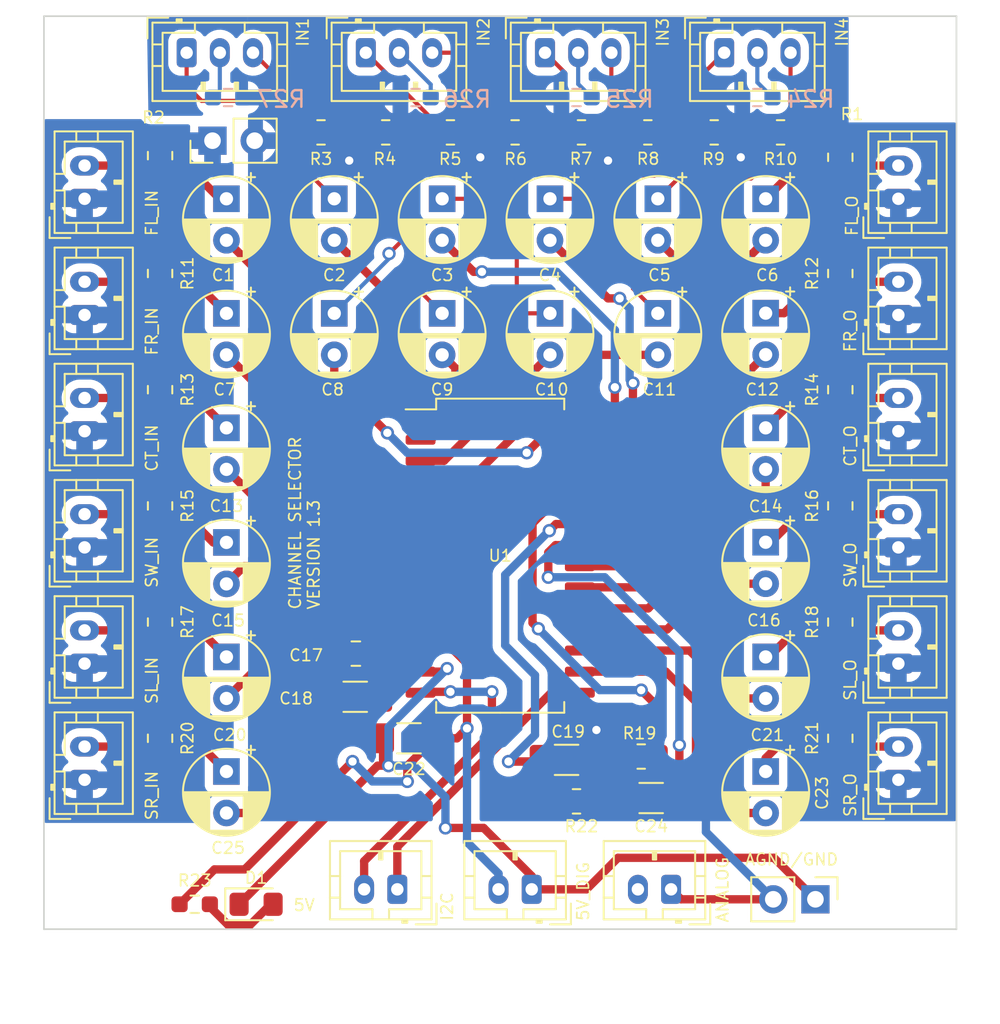
<source format=kicad_pcb>
(kicad_pcb (version 20221018) (generator pcbnew)
  (layers (0 "F.Cu" signal) (31 "B.Cu" signal) (34 "B.Paste" user) (35 "F.Paste" user) (36 "B.SilkS" user "B.Silkscreen") (37 "F.SilkS" user "F.Silkscreen") (38 "B.Mask" user) (39 "F.Mask" user) (44 "Edge.Cuts" user))
  (net 0 "")
  (net 1 "SCL")
  (net 2 "SDA")
  (net 3 "GND")
  (net 4 "FLI")
  (net 5 "FRI")
  (net 6 "CTI")
  (net 7 "SUBI")
  (net 8 "SLI")
  (net 9 "SRI")
  (net 10 "FLO")
  (net 11 "FRO")
  (net 12 "SUBO")
  (net 13 "SLO")
  (net 14 "SRO")
  (net 15 "CTO")
  (net 16 "L1")
  (net 17 "R1")
  (net 18 "L2")
  (net 19 "R2")
  (net 20 "L3")
  (net 21 "R3")
  (net 22 "L4")
  (net 23 "R4")
  (net 24 "Net-(J1-Pin_1)")
  (net 25 "Net-(J2-Pin_1)")
  (net 26 "Net-(J6-Pin_2)")
  (net 27 "Net-(U1-VREF)")
  (net 28 "Net-(J8-Pin_2)")
  (net 29 "Net-(J9-Pin_2)")
  (net 30 "Net-(J10-Pin_2)")
  (net 31 "Net-(J11-Pin_2)")
  (net 32 "Net-(J12-Pin_2)")
  (net 33 "LPFIN")
  (net 34 "LPFOUT")
  (net 35 "MIX")
  (net 36 "Net-(J13-Pin_2)")
  (net 37 "Net-(J14-Pin_2)")
  (net 38 "Net-(J15-Pin_2)")
  (net 39 "Net-(J16-Pin_2)")
  (net 40 "Net-(J7-Pin_2)")
  (net 41 "Net-(D1-A)")
  (net 42 "5V")
  (net 43 "AGND")
  (net 44 "3VA{slash}5VA")
  (net 45 "Net-(J1-Pin_3)")
  (net 46 "Net-(J2-Pin_3)")
  (net 47 "Net-(J3-Pin_3)")
  (net 48 "Net-(J3-Pin_1)")
  (net 49 "Net-(J1-Pin_2)")
  (net 50 "Net-(J2-Pin_2)")
  (net 51 "Net-(J3-Pin_2)")
  (net 52 "5CHGND")
  (net 53 "Net-(J4-Pin_3)")
  (net 54 "Net-(J4-Pin_1)")
  (net 55 "Net-(J17-Pin_2)")
  (net 56 "Net-(C24-Pad2)")
  (net 57 "Net-(J4-Pin_2)")
  (footprint "Connector_JST:JST_PH_B2B-PH-K_1x02_P2.00mm_Vertical" (layer "F.Cu") (at 133.8 115.6 180)
    (fp_text reference "J19" hide)
    (fp_text value "Conn_01x02_Male")
  )
  (footprint "Capacitor_THT:CP_Radial_D5.0mm_P2.50mm" (layer "F.Cu") (at 156 74 -90)
    (fp_text reference "C6")
    (fp_text value "10U")
  )
  (footprint "Resistor_SMD:R_0805_2012Metric_Pad1.20x1.40mm_HandSolder" (layer "F.Cu") (at 140.9 70 180)
    (fp_text reference "R6")
    (fp_text value "100K")
  )
  (footprint "MountingHole:MountingHole_3.2mm_M3" (layer "F.Cu") (at 165 115.5)
    (fp_text reference "H4" hide)
    (fp_text value "MountingHole")
  )
  (footprint "Resistor_SMD:R_0805_2012Metric_Pad1.20x1.40mm_HandSolder" (layer "F.Cu") (at 133.1 70 180)
    (fp_text reference "R4")
    (fp_text value "100K")
  )
  (footprint "Resistor_SMD:R_0805_2012Metric_Pad1.20x1.40mm_HandSolder" (layer "F.Cu") (at 152.9 70 180)
    (fp_text reference "R9")
    (fp_text value "100K")
  )
  (footprint "Capacitor_THT:CP_Radial_D5.0mm_P2.50mm" (layer "F.Cu") (at 123.5 101.6 -90)
    (fp_text reference "C20")
    (fp_text value "10U")
  )
  (footprint "Connector_JST:JST_PH_B2B-PH-K_1x02_P2.00mm_Vertical" (layer "F.Cu") (at 114.95 109 90)
    (fp_text reference "J16" hide)
    (fp_text value "Conn_01x02_Male")
  )
  (footprint "Connector_JST:JST_PH_B2B-PH-K_1x02_P2.00mm_Vertical" (layer "F.Cu") (at 114.95 88 90)
    (fp_text reference "J10" hide)
    (fp_text value "Conn_01x02_Male")
  )
  (footprint "Connector_JST:JST_PH_B2B-PH-K_1x02_P2.00mm_Vertical" (layer "F.Cu") (at 164 95 90)
    (fp_text reference "J13" hide)
    (fp_text value "CTO")
  )
  (footprint "Capacitor_THT:CP_Radial_D5.0mm_P2.50mm" (layer "F.Cu") (at 143 74 -90)
    (fp_text reference "C4")
    (fp_text value "10U")
  )
  (footprint "Connector_JST:JST_PH_B2B-PH-K_1x02_P2.00mm_Vertical" (layer "F.Cu") (at 164 81 90)
    (fp_text reference "J9" hide)
    (fp_text value "Conn_01x02_Male")
  )
  (footprint "Connector_JST:JST_PH_B2B-PH-K_1x02_P2.00mm_Vertical" (layer "F.Cu") (at 114.95 81 90)
    (fp_text reference "J8" hide)
    (fp_text value "Conn_01x02_Male")
  )
  (footprint "Connector_JST:JST_PH_B3B-PH-K_1x03_P2.00mm_Vertical" (layer "F.Cu") (at 142.7 65.2)
    (fp_text reference "J3" hide)
    (fp_text value "Conn_01x03_Pin")
  )
  (footprint "Resistor_SMD:R_0805_2012Metric_Pad1.20x1.40mm_HandSolder" (layer "F.Cu") (at 148.9 70 180)
    (fp_text reference "R8")
    (fp_text value "100K")
  )
  (footprint "Capacitor_THT:CP_Radial_D5.0mm_P2.50mm" (layer "F.Cu") (at 130 74 -90)
    (fp_text reference "C2")
    (fp_text value "10U")
  )
  (footprint "Capacitor_SMD:C_1206_3216Metric_Pad1.33x1.80mm_HandSolder" (layer "F.Cu") (at 131.2625 104 180)
    (fp_text reference "C18")
    (fp_text value "10U")
  )
  (footprint "Connector_JST:JST_PH_B2B-PH-K_1x02_P2.00mm_Vertical" (layer "F.Cu") (at 164 88 90)
    (fp_text reference "J11" hide)
    (fp_text value "Conn_01x02_Male")
  )
  (footprint "Resistor_SMD:R_0805_2012Metric_Pad1.20x1.40mm_HandSolder" (layer "F.Cu") (at 148.5 107.6 180)
    (fp_text reference "R19")
    (fp_text value "24K")
  )
  (footprint "Connector_JST:JST_PH_B2B-PH-K_1x02_P2.00mm_Vertical" (layer "F.Cu") (at 164 102 90)
    (fp_text reference "J15" hide)
    (fp_text value "Conn_01x02_Male")
  )
  (footprint "Connector_JST:JST_PH_B3B-PH-K_1x03_P2.00mm_Vertical" (layer "F.Cu") (at 131.9 65.2)
    (fp_text reference "J2" hide)
    (fp_text value "Conn_01x03_Pin")
  )
  (footprint "Connector_JST:JST_PH_B3B-PH-K_1x03_P2.00mm_Vertical" (layer "F.Cu") (at 153.5 65.2)
    (fp_text reference "J4" hide)
    (fp_text value "Conn_01x03_Pin")
  )
  (footprint "Connector_JST:JST_PH_B2B-PH-K_1x02_P2.00mm_Vertical" (layer "F.Cu") (at 164 74 90)
    (fp_text reference "J7" hide)
    (fp_text value "Conn_01x02_Male")
  )
  (footprint "Resistor_SMD:R_0805_2012Metric_Pad1.20x1.40mm_HandSolder" (layer "F.Cu") (at 119.5 78.5 -90)
    (fp_text reference "R11")
    (fp_text value "100K")
  )
  (footprint "Resistor_SMD:R_0805_2012Metric_Pad1.20x1.40mm_HandSolder" (layer "F.Cu") (at 160.5 78.5 -90)
    (fp_text reference "R12")
    (fp_text value "100K")
  )
  (footprint "Resistor_SMD:R_0805_2012Metric_Pad1.20x1.40mm_HandSolder" (layer "F.Cu") (at 160.5 71.5 -90)
    (fp_text reference "R1")
    (fp_text value "100K")
  )
  (footprint "Resistor_SMD:R_0805_2012Metric_Pad1.20x1.40mm_HandSolder" (layer "F.Cu") (at 119.5 92.5 -90)
    (fp_text reference "R15")
    (fp_text value "100K")
  )
  (footprint "Resistor_SMD:R_0805_2012Metric_Pad1.20x1.40mm_HandSolder" (layer "F.Cu") (at 160.5 85.5 -90)
    (fp_text reference "R14")
    (fp_text value "100K")
  )
  (footprint "Capacitor_THT:CP_Radial_D5.0mm_P2.50mm" (layer "F.Cu") (at 136.5 74 -90)
    (fp_text reference "C3")
    (fp_text value "10U")
  )
  (footprint "Capacitor_THT:CP_Radial_D5.0mm_P2.50mm" (layer "F.Cu") (at 143 80.9 -90)
    (fp_text reference "C10")
    (fp_text value "10U")
  )
  (footprint "MountingHole:MountingHole_3.2mm_M3" (layer "F.Cu") (at 115 65.5)
    (fp_text reference "H1" hide)
    (fp_text value "MountingHole")
  )
  (footprint "Package_SO:SOIC-28W_7.5x18.7mm_P1.27mm" (layer "F.Cu") (at 140 95.5)
    (fp_text reference "U1")
    (fp_text value "AX2358")
  )
  (footprint "Capacitor_THT:CP_Radial_D5.0mm_P2.50mm" (layer "F.Cu") (at 123.5 94.7 -90)
    (fp_text reference "C15")
    (fp_text value "10U")
  )
  (footprint "Connector_JST:JST_PH_B2B-PH-K_1x02_P2.00mm_Vertical" (layer "F.Cu") (at 150.3 115.6 180)
    (fp_text reference "J21" hide)
    (fp_text value "Conn_01x02_Male")
  )
  (footprint "Capacitor_THT:CP_Radial_D5.0mm_P2.50mm" (layer "F.Cu") (at 130 80.9 -90)
    (fp_text reference "C8")
    (fp_text value "10U")
  )
  (footprint "Capacitor_THT:CP_Radial_D5.0mm_P2.50mm" (layer "F.Cu") (at 156 101.6 -90)
    (fp_text reference "C21")
    (fp_text value "10U")
  )
  (footprint "Connector_JST:JST_PH_B2B-PH-K_1x02_P2.00mm_Vertical" (layer "F.Cu") (at 114.95 95 90)
    (fp_text reference "J12" hide)
    (fp_text value "Conn_01x02_Male")
  )
  (footprint "Connector_PinHeader_2.54mm:PinHeader_1x02_P2.54mm_Vertical" (layer "F.Cu") (at 122.66 70.5 90)
    (fp_text reference "J5" hide)
    (fp_text value "Conn_01x02_Pin")
  )
  (footprint "Capacitor_THT:CP_Radial_D5.0mm_P2.50mm" (layer "F.Cu") (at 156 108.5 -90)
    (fp_text reference "C23")
    (fp_text value "10U")
  )
  (footprint "Resistor_SMD:R_0805_2012Metric_Pad1.20x1.40mm_HandSolder" (layer "F.Cu") (at 119.5 99.5 -90)
    (fp_text reference "R17")
    (fp_text value "100K")
  )
  (footprint "Resistor_SMD:R_0805_2012Metric_Pad1.20x1.40mm_HandSolder" (layer "F.Cu") (at 144.6 110.3 180)
    (fp_text reference "R22")
    (fp_text value "24K")
  )
  (footprint "Capacitor_SMD:C_0805_2012Metric_Pad1.18x1.45mm_HandSolder" (layer "F.Cu") (at 131.3 101.4 180)
    (fp_text reference "C17")
    (fp_text value "0.1U")
  )
  (footprint "Capacitor_THT:CP_Radial_D5.0mm_P2.50mm" (layer "F.Cu") (at 123.5 87.8 -90)
    (fp_text reference "C13")
    (fp_text value "10U")
  )
  (footprint "Connector_JST:JST_PH_B2B-PH-K_1x02_P2.00mm_Vertical" (layer "F.Cu") (at 114.95 102 90)
    (fp_text reference "J14" hide)
    (fp_text value "Conn_01x02_Male")
  )
  (footprint "Capacitor_THT:CP_Radial_D5.0mm_P2.50mm" (layer "F.Cu") (at 156 94.689888 -90)
    (fp_text reference "C16")
    (fp_text value "10U")
  )
  (footprint "Capacitor_THT:CP_Radial_D5.0mm_P2.50mm" (layer "F.Cu") (at 156 80.889888 -90)
    (fp_text reference "C12")
    (fp_text value "10U")
  )
  (footprint "Resistor_SMD:R_0805_2012Metric_Pad1.20x1.40mm_HandSolder" (layer "F.Cu") (at 156.9 70 180)
    (fp_text reference "R10")
    (fp_text value "100K")
  )
  (footprint "Resistor_SMD:R_0805_2012Metric_Pad1.20x1.40mm_HandSolder" (layer "F.Cu") (at 129.2 70 180)
    (fp_text reference "R3")
    (fp_text value "100K")
  )
  (footprint "Connector_JST:JST_PH_B3B-PH-K_1x03_P2.00mm_Vertical" (layer "F.Cu") (at 121.1 65.2)
    (fp_text reference "J1" hide)
    (fp_text value "Conn_01x03_Pin")
  )
  (footprint "Capacitor_THT:CP_Radial_D5.0mm_P2.50mm" (layer "F.Cu") (at 123.5 80.9 -90)
    (fp_text reference "C7")
    (fp_text value "10U")
  )
  (footprint "Capacitor_SMD:C_1206_3216Metric_Pad1.33x1.80mm_HandSolder" (layer "F.Cu") (at 144 107.8 180)
    (fp_text reference "C19")
    (fp_text value "47N C0G")
  )
  (footprint "Capacitor_THT:CP_Radial_D5.0mm_P2.50mm" (layer "F.Cu") (at 149.5 80.9 -90)
    (fp_text reference "C11")
    (fp_text value "10U")
  )
  (footprint "Resistor_SMD:R_0805_2012Metric_Pad1.20x1.40mm_HandSolder" (layer "F.Cu") (at 160.5 106.5 -90)
    (fp_text reference "R21")
    (fp_text value "100K")
  )
  (footprint "Capacitor_THT:CP_Radial_D5.0mm_P2.50mm" (layer "F.Cu") (at 156 87.8 -90)
    (fp_text reference "C14")
    (fp_text value "10U")
  )
  (footprint "Resistor_SMD:R_0805_2012Metric_Pad1.20x1.40mm_HandSolder" (layer "F.Cu") (at 160.5 99.5 -90)
    (fp_text reference "R18")
    (fp_text value "100K")
  )
  (footprint "Resistor_SMD:R_0805_2012Metric_Pad1.20x1.40mm_HandSolder" (layer "F.Cu") (at 119.5 85.5 -90)
    (fp_text reference "R13")
    (fp_text value "100K")
  )
  (footprint "LED_SMD:LED_0805_2012Metric_Pad1.15x1.40mm_HandSolder" (layer "F.Cu") (at 125.2875 116.5)
    (fp_text reference "D1")
    (fp_text value "YELLOW")
  )
  (footprint "Capacitor_THT:CP_Radial_D5.0mm_P2.50mm" (layer "F.Cu") (at 123.5 74 -90)
    (fp_text reference "C1")
    (fp_text value "10U")
  )
  (footprint "Resistor_SMD:R_0805_2012Metric_Pad1.20x1.40mm_HandSolder" (layer "F.Cu") (at 119.5 106.5 -90)
    (fp_text reference "R20")
    (fp_text value "100K")
  )
  (footprint "Resistor_SMD:R_0603_1608Metric_Pad0.98x0.95mm_HandSolder" (layer "F.Cu") (at 121.5875 116.5)
    (fp_text reference "R23")
    (fp_text value "1K")
  )
  (footprint "MountingHole:MountingHole_3.2mm_M3" (layer "F.Cu") (at 115 115.5)
    (fp_text reference "H3" hide)
    (fp_text value "MountingHole")
  )
  (footprint "Connector_JST:JST_PH_B2B-PH-K_1x02_P2.00mm_Vertical" (layer "F.Cu") (at 141.9 115.6 180)
    (fp_text reference "J20" hide)
    (fp_text value "Conn_01x02_Male")
  )
  (footprint "Capacitor_SMD:C_1206_3216Metric_Pad1.33x1.80mm_HandSolder" (layer "F.Cu") (at 149.1 110.1 180)
    (fp_text reference "C24")
    (fp_text value "100N C0G")
  )
  (footprint "Capacitor_THT:CP_Radial_D5.0mm_P2.50mm" (layer "F.Cu") (at 123.5 108.5 -90)
    (fp_text reference "C25")
    (fp_text value "10U")
  )
  (footprint "MountingHole:MountingHole_3.2mm_M3" (layer "F.Cu") (at 165 65.5)
    (fp_text reference "H2" hide)
    (fp_text value "MountingHole")
  )
  (footprint "Connector_JST:JST_PH_B2B-PH-K_1x02_P2.00mm_Vertical" (layer "F.Cu") (at 164 109 90)
    (fp_text reference "J17" hide)
    (fp_text value "Conn_01x02_Male")
  )
  (footprint "Resistor_SMD:R_0805_2012Metric_Pad1.20x1.40mm_HandSolder" (layer "F.Cu") (at 160.5 92.5 -90)
    (fp_text reference "R16")
    (fp_text value "100K")
  )
  (footprint "Connector_PinHeader_2.54mm:PinHeader_1x02_P2.54mm_Vertical" (layer "F.Cu") (at 159 116.2 -90)
    (fp_text reference "J18" hide)
    (fp_text value "Conn_01x02_Socket")
  )
  (footprint "Resistor_SMD:R_0805_2012Metric_Pad1.20x1.40mm_HandSolder" (layer "F.Cu") (at 137 70 180)
    (fp_text reference "R5")
    (fp_text value "100K")
  )
  (footprint "Capacitor_THT:CP_Radial_D5.0mm_P2.50mm" (layer "F.Cu") (at 136.5 80.9 -90)
    (fp_text reference "C9")
    (fp_text value "10U")
  )
  (footprint "Resistor_SMD:R_0805_2012Metric_Pad1.20x1.40mm_HandSolder" (layer "F.Cu") (at 144.9 70 180)
    (fp_text reference "R7")
    (fp_text value "100K")
  )
  (footprint "Capacitor_SMD:C_1206_3216Metric_Pad1.33x1.80mm_HandSolder" (layer "F.Cu") (at 134.5 106.5 180)
    (fp_text reference "C22")
    (fp_text value "10U")
  )
  (footprint "Capacitor_THT:CP_Radial_D5.0mm_P2.50mm" (layer "F.Cu") (at 149.5 74 -90)
    (fp_text reference "C5")
    (fp_text value "10U")
  )
  (footprint "Connector_JST:JST_PH_B2B-PH-K_1x02_P2.00mm_Vertical" (layer "F.Cu") (at 114.95 74 90)
    (fp_text reference "J6" hide)
    (fp_text value "Conn_01x02_Male")
  )
  (footprint "Resistor_SMD:R_0805_2012Metric_Pad1.20x1.40mm_HandSolder" (layer "F.Cu") (at 119.5 71.4 -90)
    (fp_text reference "R2")
    (fp_text value "100K")
  )
  (footprint "Resistor_SMD:R_0603_1608Metric_Pad0.98x0.95mm_HandSolder" (layer "B.Cu") (at 155.5 67.9)
    (fp_text reference "R24")
    (fp_text value "15R")
  )
  (footprint "Resistor_SMD:R_0603_1608Metric_Pad0.98x0.95mm_HandSolder" (layer "B.Cu") (at 134.9 67.9)
    (fp_text reference "R26")
    (fp_text value "15R")
  )
  (footprint "Resistor_SMD:R_0603_1608Metric_Pad0.98x0.95mm_HandSolder" (layer "B.Cu") (at 144.6 67.9)
    (fp_text reference "R25")
    (fp_text value "15R")
  )
  (footprint "Resistor_SMD:R_0603_1608Metric_Pad0.98x0.95mm_HandSolder" (layer "B.Cu") (at 123.6 67.9 180)
    (fp_text reference "R27")
    (fp_text value "15R")
  )
  (gr_line (start 112.5 118) (end 167.5 118) (stroke (width 0.1)) (layer "Edge.Cuts"))
  (gr_line (start 112.5 63) (end 112.5 118) (stroke (width 0.1)) (layer "Edge.Cuts"))
  (gr_line (start 167.5 63) (end 167.5 118) (stroke (width 0.1)) (layer "Edge.Cuts"))
  (gr_line (start 167.5 63) (end 112.5 63) (stroke (width 0.1)) (layer "Edge.Cuts"))
  (gr_text "SL_O" (at 161.1 104.3 90) (layer "F.SilkS") (effects (font (size 0.7 0.7) (thickness 0.1)) (justify left)))
  (gr_text "ANALOG" (at 153.4 117.65 90) (layer "F.SilkS") (effects (font (size 0.7 0.7) (thickness 0.1)) (justify left)))
  (gr_text "FR_IN" (at 119 83.5 90) (layer "F.SilkS") (effects (font (size 0.7 0.7) (thickness 0.1)) (justify left)))
  (gr_text "SW_O" (at 161.1 97.5 90) (layer "F.SilkS") (effects (font (size 0.7 0.7) (thickness 0.1)) (justify left)))
  (gr_text "SL_IN" (at 119 104.5 90) (layer "F.SilkS") (effects (font (size 0.7 0.7) (thickness 0.1)) (justify left)))
  (gr_text "5V_DIG" (at 145 117.55 90) (layer "F.SilkS") (effects (font (size 0.7 0.7) (thickness 0.1)) (justify left)))
  (gr_text "5V" (at 127.4875 116.55) (layer "F.SilkS") (effects (font (size 0.7 0.7) (thickness 0.1)) (justify left)))
  (gr_text "CHANNEL SELECTOR\nVERSION 1.3" (at 128.2 98.8 90) (layer "F.SilkS") (effects (font (size 0.7 0.7) (thickness 0.1)) (justify left)))
  (gr_text "IN4" (at 160.6 64.9 90) (layer "F.SilkS") (effects (font (size 0.7 0.7) (thickness 0.1)) (justify left)))
  (gr_text "SR_O\n" (at 161.1 111.3 90) (layer "F.SilkS") (effects (font (size 0.7 0.7) (thickness 0.1)) (justify left)))
  (gr_text "IN1\n" (at 128.1 64.9 90) (layer "F.SilkS") (effects (font (size 0.7 0.7) (thickness 0.1)) (justify left)))
  (gr_text "IN3" (at 149.8 64.9 90) (layer "F.SilkS") (effects (font (size 0.7 0.7) (thickness 0.1)) (justify left)))
  (gr_text "I2C" (at 136.8 117.55 90) (layer "F.SilkS") (effects (font (size 0.7 0.7) (thickness 0.1)) (justify left)))
  (gr_text "IN2" (at 139 64.9 90) (layer "F.SilkS") (effects (font (size 0.7 0.7) (thickness 0.1)) (justify left)))
  (gr_text "SW_IN" (at 119 97.5 90) (layer "F.SilkS") (effects (font (size 0.7 0.7) (thickness 0.1)) (justify left)))
  (gr_text "CT_O" (at 161.1 90.2 90) (layer "F.SilkS") (effects (font (size 0.7 0.7) (thickness 0.1)) (justify left)))
  (gr_text "AGND/GND" (at 154.7 113.8) (layer "F.SilkS") (effects (font (size 0.7 0.7) (thickness 0.1)) (justify left)))
  (gr_text "SR_IN\n" (at 119 111.5 90) (layer "F.SilkS") (effects (font (size 0.7 0.7) (thickness 0.1)) (justify left)))
  (gr_text "FL_IN" (at 119 76.3 90) (layer "F.SilkS") (effects (font (size 0.7 0.7) (thickness 0.1)) (justify left)))
  (gr_text "CT_IN" (at 119 90.5 90) (layer "F.SilkS") (effects (font (size 0.7 0.7) (thickness 0.1)) (justify left)))
  (gr_text "FL_O" (at 161.2 76.3 90) (layer "F.SilkS") (effects (font (size 0.7 0.7) (thickness 0.1)) (justify left)))
  (gr_text "FR_O" (at 161.1 83.3 90) (layer "F.SilkS") (effects (font (size 0.7 0.7) (thickness 0.1)) (justify left)))
  (segment (start 133.8 115.6) (end 133.8 113.03137) (width 0.5) (layer "F.Cu") (net 1))
  (segment (start 143.07637 103.755) (end 144.8 103.755) (width 0.5) (layer "F.Cu") (net 1))
  (segment (start 133.8 113.03137) (end 143.07637 103.755) (width 0.5) (layer "F.Cu") (net 1))
  (segment (start 131.8 115.6) (end 131.8 113.9) (width 0.5) (layer "F.Cu") (net 2))
  (segment (start 131.8 113.9) (end 139.5 106.2) (width 0.5) (layer "F.Cu") (net 2))
  (segment (start 137 103.7) (end 135.255 103.7) (width 0.5) (layer "F.Cu") (net 2))
  (segment (start 139.5 106.2) (end 139.5 103.7) (width 0.5) (layer "F.Cu") (net 2))
  (segment (start 135.255 103.7) (end 135.2 103.755) (width 0.5) (layer "F.Cu") (net 2))
  (via (at 137 103.7) (size 0.8) (drill 0.5) (layers "F.Cu" "B.Cu") (net 2))
  (via (at 139.5 103.7) (size 0.8) (drill 0.5) (layers "F.Cu" "B.Cu") (net 2))
  (segment (start 137 103.7) (end 139.5 103.7) (width 0.5) (layer "B.Cu") (net 2))
  (segment (start 135.2 102.485) (end 136.615 102.485) (width 0.5) (layer "F.Cu") (net 3))
  (segment (start 141.9 115.6) (end 145.2 115.6) (width 0.5) (layer "F.Cu") (net 3))
  (segment (start 141.9 114.8) (end 141.9 115.6) (width 0.5) (layer "F.Cu") (net 3))
  (segment (start 147.1 113.7) (end 156.5 113.7) (width 0.5) (layer "F.Cu") (net 3))
  (segment (start 129.7 104) (end 130.4375 104) (width 0.5) (layer "F.Cu") (net 3))
  (segment (start 124.2625 116.5) (end 132.6125 108.15) (width 0.5) (layer "F.Cu") (net 3))
  (segment (start 132.9375 106.5) (end 132.9375 107.815748) (width 0.5) (layer "F.Cu") (net 3))
  (segment (start 156.5 113.7) (end 159 116.2) (width 0.5) (layer "F.Cu") (net 3))
  (segment (start 132.6125 108.15) (end 133.271752 108.15) (width 0.5) (layer "F.Cu") (net 3))
  (segment (start 130.4375 104) (end 132.9375 106.5) (width 0.5) (layer "F.Cu") (net 3))
  (segment (start 136.7 111.9) (end 139 111.9) (width 0.5) (layer "F.Cu") (net 3))
  (segment (start 130.3625 101.9) (end 129.7 102.5625) (width 0.5) (layer "F.Cu") (net 3))
  (segment (start 136.615 102.485) (end 136.8 102.3) (width 0.5) (layer "F.Cu") (net 3))
  (segment (start 132.9375 107.815748) (end 133.271752 108.15) (width 0.5) (layer "F.Cu") (net 3))
  (segment (start 139 111.9) (end 141.9 114.8) (width 0.5) (layer "F.Cu") (net 3))
  (segment (start 129.7 102.5625) (end 129.7 105) (width 0.5) (layer "F.Cu") (net 3))
  (segment (start 145.2 115.6) (end 147.1 113.7) (width 0.5) (layer "F.Cu") (net 3))
  (via (at 133.271752 108.15) (size 0.8) (drill 0.5) (layers "F.Cu" "B.Cu") (net 3))
  (via (at 136.7 111.9) (size 0.8) (drill 0.5) (layers "F.Cu" "B.Cu") (net 3))
  (via (at 136.8 102.3) (size 0.8) (drill 0.5) (layers "F.Cu" "B.Cu") (net 3))
  (segment (start 136.8 102.3) (end 133.271752 105.828248) (width 0.5) (layer "B.Cu") (net 3))
  (segment (start 136.7 110.056497) (end 134.793503 108.15) (width 0.5) (layer "B.Cu") (net 3))
  (segment (start 136.7 111.9) (end 136.7 110.056497) (width 0.5) (layer "B.Cu") (net 3))
  (segment (start 134.793503 108.15) (end 133.271752 108.15) (width 0.5) (layer "B.Cu") (net 3))
  (segment (start 133.271752 105.828248) (end 133.271752 108.15) (width 0.5) (layer "B.Cu") (net 3))
  (segment (start 126.9 79.9) (end 123.5 76.5) (width 0.5) (layer "F.Cu") (net 4))
  (segment (start 126.9 84.644949) (end 126.9 79.9) (width 0.5) (layer "F.Cu") (net 4))
  (segment (start 134.580051 92.325) (end 126.9 84.644949) (width 0.5) (layer "F.Cu") (net 4))
  (segment (start 135.2 93.595) (end 133.695 93.595) (width 0.5) (layer "F.Cu") (net 5))
  (segment (start 133.695 93.595) (end 123.5 83.4) (width 0.5) (layer "F.Cu") (net 5))
  (segment (start 128.065 94.865) (end 123.5 90.3) (width 0.5) (layer "F.Cu") (net 6))
  (segment (start 135.2 94.865) (end 128.065 94.865) (width 0.5) (layer "F.Cu") (net 6))
  (segment (start 124.565 96.135) (end 123.5 97.2) (width 0.5) (layer "F.Cu") (net 7))
  (segment (start 135.2 96.135) (end 124.565 96.135) (width 0.5) (layer "F.Cu") (net 7))
  (segment (start 135.2 97.405) (end 130.195 97.405) (width 0.5) (layer "F.Cu") (net 8))
  (segment (start 130.195 97.405) (end 123.5 104.1) (width 0.5) (layer "F.Cu") (net 8))
  (segment (start 130.725 98.675) (end 126.4 103) (width 0.5) (layer "F.Cu") (net 9))
  (segment (start 125.4 111) (end 123.5 111) (width 0.5) (layer "F.Cu") (net 9))
  (segment (start 135.2 98.675) (end 130.725 98.675) (width 0.5) (layer "F.Cu") (net 9))
  (segment (start 126.4 103) (end 126.4 110) (width 0.5) (layer "F.Cu") (net 9))
  (segment (start 126.4 110) (end 125.4 111) (width 0.5) (layer "F.Cu") (net 9))
  (segment (start 147.865 96.135) (end 144.8 96.135) (width 0.5) (layer "F.Cu") (net 10))
  (segment (start 151.900499 92.099501) (end 147.865 96.135) (width 0.5) (layer "F.Cu") (net 10))
  (segment (start 151.900499 80.599501) (end 151.900499 92.099501) (width 0.5) (layer "F.Cu") (net 10))
  (segment (start 156 76.5) (end 151.900499 80.599501) (width 0.5) (layer "F.Cu") (net 10))
  (segment (start 152.7 86.689888) (end 152.7 93.2) (width 0.5) (layer "F.Cu") (net 11))
  (segment (start 148.495 97.405) (end 144.8 97.405) (width 0.5) (layer "F.Cu") (net 11))
  (segment (start 152.7 93.2) (end 148.495 97.405) (width 0.5) (layer "F.Cu") (net 11))
  (segment (start 156 83.389888) (end 152.7 86.689888) (width 0.5) (layer "F.Cu") (net 11))
  (segment (start 152.810112 97.189888) (end 150.055 99.945) (width 0.5) (layer "F.Cu") (net 12))
  (segment (start 150.055 99.945) (end 144.8 99.945) (width 0.5) (layer "F.Cu") (net 12))
  (segment (start 156 97.189888) (end 152.810112 97.189888) (width 0.5) (layer "F.Cu") (net 12))
  (segment (start 154.3 104.1) (end 151.415 101.215) (width 0.5) (layer "F.Cu") (net 13))
  (segment (start 151.415 101.215) (end 144.8 101.215) (width 0.5) (layer "F.Cu") (net 13))
  (segment (start 156 104.1) (end 154.3 104.1) (width 0.5) (layer "F.Cu") (net 13))
  (segment (start 151.8 104.3) (end 149.985 102.485) (width 0.5) (layer "F.Cu") (net 14))
  (segment (start 154.5 111) (end 151.8 108.3) (width 0.5) (layer "F.Cu") (net 14))
  (segment (start 149.985 102.485) (end 144.8 102.485) (width 0.5) (layer "F.Cu") (net 14))
  (segment (start 156 111) (end 154.5 111) (width 0.5) (layer "F.Cu") (net 14))
  (segment (start 151.8 108.3) (end 151.8 104.3) (width 0.5) (layer "F.Cu") (net 14))
  (segment (start 156 91.6) (end 156 90.3) (width 0.5) (layer "F.Cu") (net 15))
  (segment (start 144.8 98.675) (end 148.925 98.675) (width 0.5) (layer "F.Cu") (net 15))
  (segment (start 148.925 98.675) (end 156 91.6) (width 0.5) (layer "F.Cu") (net 15))
  (segment (start 135.2 87.245) (end 133.5 85.545) (width 0.5) (layer "F.Cu") (net 16))
  (segment (start 133.5 85.545) (end 133.5 80) (width 0.5) (layer "F.Cu") (net 16))
  (segment (start 133.5 80) (end 130 76.5) (width 0.5) (layer "F.Cu") (net 16))
  (segment (start 130 84.9) (end 130 83.4) (width 0.5) (layer "F.Cu") (net 17))
  (segment (start 144.8 87.245) (end 143.655 87.245) (width 0.5) (layer "F.Cu") (net 17))
  (segment (start 133.2 88.1) (end 130 84.9) (width 0.5) (layer "F.Cu") (net 17))
  (segment (start 143.655 87.245) (end 141.6 89.3) (width 0.5) (layer "F.Cu") (net 17))
  (via (at 133.2 88.1) (size 0.8) (drill 0.5) (layers "F.Cu" "B.Cu") (net 17))
  (via (at 141.6 89.3) (size 0.8) (drill 0.5) (layers "F.Cu" "B.Cu") (net 17))
  (segment (start 134.4 89.3) (end 133.2 88.1) (width 0.5) (layer "B.Cu") (net 17))
  (segment (start 141.6 89.3) (end 134.4 89.3) (width 0.5) (layer "B.Cu") (net 17))
  (segment (start 137.299999 84.199999) (end 137.299999 87.03495) (width 0.5) (layer "F.Cu") (net 18))
  (segment (start 137.299999 87.03495) (end 135.819949 88.515) (width 0.5) (layer "F.Cu") (net 18))
  (segment (start 136.5 83.4) (end 137.299999 84.199999) (width 0.5) (layer "F.Cu") (net 18))
  (segment (start 138.4 78.4) (end 136.5 76.5) (width 0.5) (layer "F.Cu") (net 19))
  (segment (start 145.419949 88.515) (end 146.911031 87.023918) (width 0.5) (layer "F.Cu") (net 19))
  (segment (start 146.911031 87.023918) (end 146.911031 85.353356) (width 0.5) (layer "F.Cu") (net 19))
  (segment (start 138.9 78.4) (end 138.4 78.4) (width 0.5) (layer "F.Cu") (net 19))
  (via (at 146.911031 85.353356) (size 0.8) (drill 0.5) (layers "F.Cu" "B.Cu") (net 19))
  (via (at 138.9 78.4) (size 0.8) (drill 0.5) (layers "F.Cu" "B.Cu") (net 19))
  (segment (start 138.9 78.4) (end 143.4 78.4) (width 0.5) (layer "B.Cu") (net 19))
  (segment (start 146.911031 81.911031) (end 146.911031 85.353356) (width 0.5) (layer "B.Cu") (net 19))
  (segment (start 143.4 78.4) (end 146.911031 81.911031) (width 0.5) (layer "B.Cu") (net 19))
  (segment (start 135.2 89.785) (end 136.615 89.785) (width 0.5) (layer "F.Cu") (net 20))
  (segment (start 136.615 89.785) (end 143 83.4) (width 0.5) (layer "F.Cu") (net 20))
  (segment (start 147.2 80) (end 146.5 80) (width 0.5) (layer "F.Cu") (net 21))
  (segment (start 148 89.6) (end 148 85.1) (width 0.5) (layer "F.Cu") (net 21))
  (segment (start 147.815 89.785) (end 148 89.6) (width 0.5) (layer "F.Cu") (net 21))
  (segment (start 144.8 89.785) (end 147.815 89.785) (width 0.5) (layer "F.Cu") (net 21))
  (segment (start 146.5 80) (end 143 76.5) (width 0.5) (layer "F.Cu") (net 21))
  (via (at 147.2 80) (size 0.8) (drill 0.5) (layers "F.Cu" "B.Cu") (net 21))
  (via (at 148 85.1) (size 0.8) (drill 0.5) (layers "F.Cu" "B.Cu") (net 21))
  (segment (start 147.2 80) (end 147.8 80.6) (width 0.5) (layer "B.Cu") (net 21))
  (segment (start 147.8 80.6) (end 147.8 84.9) (width 0.5) (layer "B.Cu") (net 21))
  (segment (start 147.8 84.9) (end 148 85.1) (width 0.5) (layer "B.Cu") (net 21))
  (segment (start 135.2 91.055) (end 138.045 91.055) (width 0.5) (layer "F.Cu") (net 22))
  (segment (start 138.045 91.055) (end 145.7 83.4) (width 0.5) (layer "F.Cu") (net 22))
  (segment (start 145.7 83.4) (end 149.5 83.4) (width 0.5) (layer "F.Cu") (net 22))
  (segment (start 149.5 76.5) (end 151.100998 78.100998) (width 0.5) (layer "F.Cu") (net 23))
  (segment (start 149.045 91.055) (end 144.8 91.055) (width 0.5) (layer "F.Cu") (net 23))
  (segment (start 151.100998 78.100998) (end 151.100998 88.999002) (width 0.5) (layer "F.Cu") (net 23))
  (segment (start 151.100998 88.999002) (end 149.045 91.055) (width 0.5) (layer "F.Cu") (net 23))
  (segment (start 121.1 67.2) (end 121.1 65.2) (width 0.25) (layer "F.Cu") (net 24))
  (segment (start 128.2 70) (end 128.2 72.2) (width 0.25) (layer "F.Cu") (net 24))
  (segment (start 127.4 68.1) (end 122 68.1) (width 0.25) (layer "F.Cu") (net 24))
  (segment (start 128.2 68.9) (end 127.4 68.1) (width 0.25) (layer "F.Cu") (net 24))
  (segment (start 128.2 72.2) (end 130 74) (width 0.25) (layer "F.Cu") (net 24))
  (segment (start 122 68.1) (end 121.1 67.2) (width 0.25) (layer "F.Cu") (net 24))
  (segment (start 128.2 70) (end 128.2 68.9) (width 0.25) (layer "F.Cu") (net 24))
  (segment (start 136 69.3) (end 131.9 65.2) (width 0.25) (layer "F.Cu") (net 25))
  (segment (start 134.8 71.2) (end 136 70) (width 0.25) (layer "F.Cu") (net 25))
  (segment (start 136.5 80.9) (end 134.8 79.2) (width 0.25) (layer "F.Cu") (net 25))
  (segment (start 134.8 79.2) (end 134.8 71.2) (width 0.25) (layer "F.Cu") (net 25))
  (segment (start 136 70) (end 136 69.3) (width 0.25) (layer "F.Cu") (net 25))
  (segment (start 123.1 74) (end 123.5 74) (width 0.5) (layer "F.Cu") (net 26))
  (segment (start 117.9 72) (end 119.5 70.4) (width 0.5) (layer "F.Cu") (net 26))
  (segment (start 119.5 70.4) (end 123.1 74) (width 0.5) (layer "F.Cu") (net 26))
  (segment (start 114.95 72) (end 117.9 72) (width 0.5) (layer "F.Cu") (net 26))
  (segment (start 134.580051 101.215) (end 132.825 102.970051) (width 0.5) (layer "F.Cu") (net 27))
  (segment (start 132.725 104.1) (end 132.4375 104.1) (width 0.5) (layer "F.Cu") (net 27))
  (segment (start 132.825 104) (end 132.725 104.1) (width 0.5) (layer "F.Cu") (net 27))
  (segment (start 132.825 102.970051) (end 132.825 104) (width 0.5) (layer "F.Cu") (net 27))
  (segment (start 114.95 79) (end 118 79) (width 0.5) (layer "F.Cu") (net 28))
  (segment (start 118 79) (end 119.5 77.5) (width 0.5) (layer "F.Cu") (net 28))
  (segment (start 123.5 80.9) (end 120.1 77.5) (width 0.5) (layer "F.Cu") (net 28))
  (segment (start 120.1 77.5) (end 119.5 77.5) (width 0.5) (layer "F.Cu") (net 28))
  (segment (start 157.110112 80.889888) (end 160.5 77.5) (width 0.5) (layer "F.Cu") (net 29))
  (segment (start 164 79) (end 162 79) (width 0.5) (layer "F.Cu") (net 29))
  (segment (start 162 79) (end 160.5 77.5) (width 0.5) (layer "F.Cu") (net 29))
  (segment (start 156 80.889888) (end 157.110112 80.889888) (width 0.5) (layer "F.Cu") (net 29))
  (segment (start 114.95 86) (end 118 86) (width 0.5) (layer "F.Cu") (net 30))
  (segment (start 120.2 84.5) (end 119.5 84.5) (width 0.5) (layer "F.Cu") (net 30))
  (segment (start 123.5 87.8) (end 120.2 84.5) (width 0.5) (layer "F.Cu") (net 30))
  (segment (start 118 86) (end 119.5 84.5) (width 0.5) (layer "F.Cu") (net 30))
  (segment (start 162 86) (end 160.5 84.5) (width 0.5) (layer "F.Cu") (net 31))
  (segment (start 164 86) (end 162 86) (width 0.5) (layer "F.Cu") (net 31))
  (segment (start 156 87.8) (end 159.3 84.5) (width 0.5) (layer "F.Cu") (net 31))
  (segment (start 159.3 84.5) (end 160.5 84.5) (width 0.5) (layer "F.Cu") (net 31))
  (segment (start 118 93) (end 119.5 91.5) (width 0.5) (layer "F.Cu") (net 32))
  (segment (start 114.95 93) (end 118 93) (width 0.5) (layer "F.Cu") (net 32))
  (segment (start 123.5 94.7) (end 122.7 94.7) (width 0.5) (layer "F.Cu") (net 32))
  (segment (start 122.7 94.7) (end 119.5 91.5) (width 0.5) (layer "F.Cu") (net 32))
  (segment (start 143.359013 93.595) (end 142.962316 93.991697) (width 0.5) (layer "F.Cu") (net 33))
  (segment (start 144.8 93.595) (end 143.359013 93.595) (width 0.5) (layer "F.Cu") (net 33))
  (segment (start 143.7 109.9) (end 143.7 109.0625) (width 0.5) (layer "F.Cu") (net 33))
  (segment (start 142.5375 107.9) (end 140.5 107.9) (width 0.5) (layer "F.Cu") (net 33))
  (segment (start 143.7 109.0625) (end 142.5375 107.9) (width 0.5) (layer "F.Cu") (net 33))
  (segment (start 142.3375 107.9) (end 140.5 107.9) (width 0.5) (layer "F.Cu") (net 33))
  (via (at 140.5 107.9) (size 0.8) (drill 0.5) (layers "F.Cu" "B.Cu") (net 33))
  (via (at 142.962316 93.991697) (size 0.8) (drill 0.5) (layers "F.Cu" "B.Cu") (net 33))
  (segment (start 142.1 106.3) (end 140.5 107.9) (width 0.5) (layer "B.Cu") (net 33))
  (segment (start 142.1 102.7) (end 142.1 106.3) (width 0.5) (layer "B.Cu") (net 33))
  (segment (start 140.3 100.9) (end 142.1 102.7) (width 0.5) (layer "B.Cu") (net 33))
  (segment (start 142.962316 93.991697) (end 140.3 96.654013) (width 0.5) (layer "B.Cu") (net 33))
  (segment (start 140.3 96.654013) (end 140.3 100.9) (width 0.5) (layer "B.Cu") (net 33))
  (segment (start 142.9 95.3) (end 143.335 94.865) (width 0.5) (layer "F.Cu") (net 34))
  (segment (start 150.8 106.9) (end 150.8 109.9625) (width 0.5) (layer "F.Cu") (net 34))
  (segment (start 142.9 96.8) (end 142.9 95.3) (width 0.5) (layer "F.Cu") (net 34))
  (segment (start 143.335 94.865) (end 144.8 94.865) (width 0.5) (layer "F.Cu") (net 34))
  (via (at 142.9 96.8) (size 0.8) (drill 0.5) (layers "F.Cu" "B.Cu") (net 34))
  (via (at 150.8 106.9) (size 0.8) (drill 0.5) (layers "F.Cu" "B.Cu") (net 34))
  (segment (start 142.9 96.8) (end 146.3 96.8) (width 0.5) (layer "B.Cu") (net 34))
  (segment (start 146.3 96.8) (end 150.8 101.3) (width 0.5) (layer "B.Cu") (net 34))
  (segment (start 150.8 101.3) (end 150.8 106.9) (width 0.5) (layer "B.Cu") (net 34))
  (segment (start 141.9505 99.5505) (end 142.3 99.9) (width 0.5) (layer "F.Cu") (net 35))
  (segment (start 149.4 104.5) (end 148.5 103.6) (width 0.5) (layer "F.Cu") (net 35))
  (segment (start 143.175 92.325) (end 141.9505 93.5495) (width 0.5) (layer "F.Cu") (net 35))
  (segment (start 144.8 92.325) (end 143.175 92.325) (width 0.5) (layer "F.Cu") (net 35))
  (segment (start 149.4 107.77) (end 149.4 104.5) (width 0.5) (layer "F.Cu") (net 35))
  (segment (start 141.9505 93.5495) (end 141.9505 99.5505) (width 0.5) (layer "F.Cu") (net 35))
  (via (at 148.5 103.6) (size 0.8) (drill 0.5) (layers "F.Cu" "B.Cu") (net 35))
  (via (at 142.3 99.9) (size 0.8) (drill 0.5) (layers "F.Cu" "B.Cu") (net 35))
  (segment (start 148.5 103.6) (end 146 103.6) (width 0.5) (layer "B.Cu") (net 35))
  (segment (start 146 103.6) (end 142.3 99.9) (width 0.5) (layer "B.Cu") (net 35))
  (segment (start 164 93) (end 162 93) (width 0.5) (layer "F.Cu") (net 36))
  (segment (start 156.310112 94.689888) (end 159.5 91.5) (width 0.5) (layer "F.Cu") (net 36))
  (segment (start 162 93) (end 160.5 91.5) (width 0.5) (layer "F.Cu") (net 36))
  (segment (start 159.5 91.5) (end 160.5 91.5) (width 0.5) (layer "F.Cu") (net 36))
  (segment (start 120.4 98.5) (end 119.5 98.5) (width 0.5) (layer "F.Cu") (net 37))
  (segment (start 118 100) (end 119.5 98.5) (width 0.5) (layer "F.Cu") (net 37))
  (segment (start 114.95 100) (end 118 100) (width 0.5) (layer "F.Cu") (net 37))
  (segment (start 123.5 101.6) (end 120.4 98.5) (width 0.5) (layer "F.Cu") (net 37))
  (segment (start 159.3 98.5) (end 160.5 98.5) (width 0.5) (layer "F.Cu") (net 38))
  (segment (start 156.2 101.6) (end 159.3 98.5) (width 0.5) (layer "F.Cu") (net 38))
  (segment (start 164 100) (end 162 100) (width 0.5) (layer "F.Cu") (net 38))
  (segment (start 162 100) (end 160.5 98.5) (width 0.5) (layer "F.Cu") (net 38))
  (segment (start 123.5 108.5) (end 120.5 105.5) (width 0.5) (layer "F.Cu") (net 39))
  (segment (start 118 107) (end 119.5 105.5) (width 0.5) (layer "F.Cu") (net 39))
  (segment (start 120.5 105.5) (end 119.5 105.5) (width 0.5) (layer "F.Cu") (net 39))
  (segment (start 114.95 107) (end 118 107) (width 0.5) (layer "F.Cu") (net 39))
  (segment (start 164 72) (end 162 72) (width 0.5) (layer "F.Cu") (net 40))
  (segment (start 162 72) (end 160.5 70.5) (width 0.5) (layer "F.Cu") (net 40))
  (segment (start 160.5 70.5) (end 159.5 70.5) (width 0.5) (layer "F.Cu") (net 40))
  (segment (start 159.5 70.5) (end 156 74) (width 0.5) (layer "F.Cu") (net 40))
  (segment (start 123.606128 117.75) (end 122.5 116.643872) (width 0.5) (layer "F.Cu") (net 41))
  (segment (start 124.918872 117.75) (end 123.606128 117.75) (width 0.5) (layer "F.Cu") (net 41))
  (segment (start 126.168872 116.5) (end 124.918872 117.75) (width 0.5) (layer "F.Cu") (net 41))
  (segment (start 134.4 108.1625) (end 136.0625 106.5) (width 0.5) (layer "F.Cu") (net 42))
  (segment (start 120.675 116.5) (end 122.775 114.4) (width 0.5) (layer "F.Cu") (net 42))
  (segment (start 138.1 102.1) (end 138 102.2) (width 0.5) (layer "F.Cu") (net 42))
  (segment (start 136.0625 106.5) (end 137.4 106.5) (width 0.5) (layer "F.Cu") (net 42))
  (segment (start 135.2 99.945) (end 135.945 99.945) (width 0.5) (layer "F.Cu") (net 42))
  (segment (start 122.775 114.4) (end 124.6 114.4) (width 0.5) (layer "F.Cu") (net 42))
  (segment (start 134.4 109.1) (end 134.4 108.1625) (width 0.5) (layer "F.Cu") (net 42))
  (segment (start 124.6 114.4) (end 131.1 107.9) (width 0.5) (layer "F.Cu") (net 42))
  (segment (start 133.7925 99.945) (end 135.2 99.945) (width 0.5) (layer "F.Cu") (net 42))
  (segment (start 138 102.2) (end 138 105.9) (width 0.5) (layer "F.Cu") (net 42))
  (segment (start 137.4 106.5) (end 138 105.9) (width 0.5) (layer "F.Cu") (net 42))
  (segment (start 135.945 99.945) (end 138.1 102.1) (width 0.5) (layer "F.Cu") (net 42))
  (segment (start 132.3375 101.4) (end 133.7925 99.945) (width 0.5) (layer "F.Cu") (net 42))
  (via (at 131.1 107.9) (size 0.8) (drill 0.5) (layers "F.Cu" "B.Cu") (net 42))
  (via (at 138 105.9) (size 0.8) (drill 0.5) (layers "F.Cu" "B.Cu") (net 42))
  (via (at 134.4 109.1) (size 0.8) (drill 0.5) (layers "F.Cu" "B.Cu") (net 42))
  (segment (start 131.1 107.9) (end 132.3 109.1) (width 0.5) (layer "B.Cu") (net 42))
  (segment (start 138 112.75) (end 139.9 114.65) (width 0.5) (layer "B.Cu") (net 42))
  (segment (start 138 105.9) (end 138 112.75) (width 0.5) (layer "B.Cu") (net 42))
  (segment (start 132.3 109.1) (end 134.4 109.1) (width 0.5) (layer "B.Cu") (net 42))
  (segment (start 139.9 114.65) (end 139.9 115.6) (width 0.5) (layer "B.Cu") (net 42))
  (segment (start 162 109) (end 160.5 107.5) (width 0.5) (layer "F.Cu") (net 43))
  (segment (start 164 102) (end 162 102) (width 0.5) (layer "F.Cu") (net 43))
  (segment (start 139 71.3) (end 138.8 71.5) (width 0.25) (layer "F.Cu") (net 43))
  (segment (start 145.9 70) (end 146.9 70) (width 0.25) (layer "F.Cu") (net 43))
  (segment (start 139 70) (end 139 71.3) (width 0.25) (layer "F.Cu") (net 43))
  (segment (start 150.3 115.6) (end 150.9 116.2) (width 0.5) (layer "F.Cu") (net 43))
  (segment (start 154.9 70) (end 155.9 70) (width 0.25) (layer "F.Cu") (net 43))
  (segment (start 139 70) (end 138 70) (width 0.25) (layer "F.Cu") (net 43))
  (segment (start 146.5 70.4) (end 146.5 71.7) (width 0.25) (layer "F.Cu") (net 43))
  (segment (start 132.1 70) (end 131.3 70) (width 0.25) (layer "F.Cu") (net 43))
  (segment (start 131.3 70) (end 131.3 71.3) (width 0.25) (layer "F.Cu") (net 43))
  (segment (start 162 74) (end 160.5 72.5) (width 0.5) (layer "F.Cu") (net 43))
  (segment (start 162 81) (end 160.5 79.5) (width 0.5) (layer "F.Cu") (net 43))
  (segment (start 162 88) (end 160.5 86.5) (width 0.5) (layer "F.Cu") (net 43))
  (segment (start 154.9 71.1) (end 154.5 71.5) (width 0.25) (layer "F.Cu") (net 43))
  (segment (start 162 95) (end 160.5 93.5) (width 0.5) (layer "F.Cu") (net 43))
  (segment (start 139.9 70) (end 139 70) (width 0.25) (layer "F.Cu") (net 43))
  (segment (start 145.5625 106.2375) (end 145.8 106) (width 0.5) (layer "F.Cu") (net 43))
  (segment (start 154.9 70) (end 154.9 71.1) (width 0.25) (layer "F.Cu") (net 43))
  (segment (start 153.9 70) (end 154.9 70) (width 0.25) (layer "F.Cu") (net 43))
  (segment (start 162 102) (end 160.5 100.5) (width 0.5) (layer "F.Cu") (net 43))
  (segment (start 145.5625 107.8) (end 145.5625 106.2375) (width 0.5) (layer "F.Cu") (net 43))
  (segment (start 164 95) (end 162 95) (width 0.5) (layer "F.Cu") (net 43))
  (segment (start 146.9 70) (end 146.5 70.4) (width 0.25) (layer "F.Cu") (net 43))
  (segment (start 131.3 71.3) (end 130.9 71.7) (width 0.25) (layer "F.Cu") (net 43))
  (segment (start 164 88) (end 162 88) (width 0.5) (layer "F.Cu") (net 43))
  (segment (start 164 74) (end 162 74) (width 0.5) (layer "F.Cu") (net 43))
  (segment (start 150.9 116.2) (end 156.46 116.2) (width 0.5) (layer "F.Cu") (net 43))
  (segment (start 164 109) (end 162 109) (width 0.5) (layer "F.Cu") (net 43))
  (segment (start 164 81) (end 162 81) (width 0.5) (layer "F.Cu") (net 43))
  (segment (start 131.3 70) (end 130.2 70) (width 0.25) (layer "F.Cu") (net 43))
  (segment (start 146.9 70) (end 147.9 70) (width 0.25) (layer "F.Cu") (net 43))
  (via (at 138.8 71.5) (size 0.8) (drill 0.5) (layers "F.Cu" "B.Cu") (net 43))
  (via (at 146.5 71.7) (size 0.8) (drill 0.5) (layers "F.Cu" "B.Cu") (net 43))
  (via (at 130.9 71.7) (size 0.8) (drill 0.5) (layers "F.Cu" "B.Cu") (net 43))
  (via (at 145.8 106) (size 0.8) (drill 0.5) (layers "F.Cu" "B.Cu") (net 43))
  (via (at 154.5 71.5) (size 0.8) (drill 0.5) (layers "F.Cu" "B.Cu") (net 43))
  (segment (start 152.4 112.14) (end 152.4 110.5) (width 0.5) (layer "B.Cu") (net 43))
  (segment (start 156.46 116.2) (end 152.4 112.14) (width 0.5) (layer "B.Cu") (net 43))
  (segment (start 127.3 67.4) (end 125.1 65.2) (width 0.25) (layer "F.Cu") (net 45))
  (segment (start 134.1 69.7) (end 132.6 68.2) (width 0.25) (layer "F.Cu") (net 45))
  (segment (start 128.6 67.4) (end 127.3 67.4) (width 0.25) (layer "F.Cu") (net 45))
  (segment (start 134.1 70) (end 134.1 69.7) (width 0.25) (layer "F.Cu") (net 45))
  (segment (start 134.1 76.5) (end 134.1 70) (width 0.25) (layer "F.Cu") (net 45))
  (segment (start 133.3 77.3) (end 134.1 76.5) (width 0.25) (layer "F.Cu") (net 45))
  (segment (start 132.6 68.2) (end 129.4 68.2) (width 0.25) (layer "F.Cu") (net 45))
  (segment (start 129.4 68.2) (end 128.6 67.4) (width 0.25) (layer "F.Cu") (net 45))
  (via (at 133.3 77.3) (size 0.8) (drill 0.5) (layers "F.Cu" "B.Cu") (net 45))
  (segment (start 133.3 77.6) (end 133.3 77.3) (width 0.25) (layer "B.Cu") (net 45))
  (segment (start 130 80.9) (end 133.3 77.6) (width 0.25) (layer "B.Cu") (net 45))
  (segment (start 137.1 65.2) (end 141.9 70) (width 0.25) (layer "F.Cu") (net 46))
  (segment (start 135.9 65.2) (end 137.1 65.2) (width 0.25) (layer "F.Cu") (net 46))
  (segment (start 137.9 74) (end 136.5 74) (width 0.25) (layer "F.Cu") (net 46))
  (segment (start 141.9 70) (end 137.9 74) (width 0.25) (layer "F.Cu") (net 46))
  (segment (start 149.9 70) (end 149.654596 70) (width 0.25) (layer "F.Cu") (net 47))
  (segment (start 149.654596 70) (end 145.654596 74) (width 0.25) (layer "F.Cu") (net 47))
  (segment (start 146.7 65.2) (end 146.7 66.8) (width 0.25) (layer "F.Cu") (net 47))
  (segment (start 146.7 66.8) (end 149.9 70) (width 0.25) (layer "F.Cu") (net 47))
  (segment (start 145.654596 74) (end 143 74) (width 0.25) (layer "F.Cu") (net 47))
  (segment (start 143.9 70.4) (end 141 73.3) (width 0.25) (layer "F.Cu") (net 48))
  (segment (start 141 73.3) (end 141 80.3) (width 0.25) (layer "F.Cu") (net 48))
  (segment (start 143.9 66.4) (end 142.7 65.2) (width 0.25) (layer "F.Cu") (net 48))
  (segment (start 143.9 70) (end 143.9 66.4) (width 0.25) (layer "F.Cu") (net 48))
  (segment (start 141.4 80.9) (end 143 80.9) (width 0.25) (layer "F.Cu") (net 48))
  (segment (start 141 80.3) (end 140.9 80.4) (width 0.25) (layer "F.Cu") (net 48))
  (segment (start 140.9 80.4) (end 141.4 80.9) (width 0.25) (layer "F.Cu") (net 48))
  (segment (start 143.9 70) (end 143.9 70.4) (width 0.25) (layer "F.Cu") (net 48))
  (segment (start 123.1 65.2) (end 123.1 67.4875) (width 0.25) (layer "B.Cu") (net 49))
  (segment (start 123.1 67.4875) (end 122.6875 67.9) (width 0.25) (layer "B.Cu") (net 49))
  (segment (start 135.8125 67.1125) (end 135.8125 67.9) (width 0.25) (layer "B.Cu") (net 50))
  (segment (start 133.9 65.2) (end 135.8125 67.1125) (width 0.25) (layer "B.Cu") (net 50))
  (segment (start 144.7 65.2) (end 144.7 67.0875) (width 0.25) (layer "B.Cu") (net 51))
  (segment (start 144.7 67.0875) (end 145.5125 67.9) (width 0.25) (layer "B.Cu") (net 51))
  (segment (start 118 102) (end 114.95 102) (width 0.5) (layer "F.Cu") (net 52))
  (segment (start 119.5 72) (end 119.5 72.4) (width 0.5) (layer "F.Cu") (net 52))
  (segment (start 119.5 72.4) (end 117.9 74) (width 0.5) (layer "F.Cu") (net 52))
  (segment (start 118 95) (end 114.95 95) (width 0.5) (layer "F.Cu") (net 52))
  (segment (start 119.5 93.5) (end 118 95) (width 0.5) (layer "F.Cu") (net 52))
  (segment (start 114.95 88) (end 118 88) (width 0.5) (layer "F.Cu") (net 52))
  (segment (start 118 81) (end 114.95 81) (width 0.5) (layer "F.Cu") (net 52))
  (segment (start 118 109) (end 119.5 107.5) (width 0.5) (layer "F.Cu") (net 52))
  (segment (start 114.95 109) (end 118 109) (width 0.5) (layer "F.Cu") (net 52))
  (segment (start 119.5 100.5) (end 118 102) (width 0.5) (layer "F.Cu") (net 52))
  (segment (start 118 88) (end 119.5 86.5) (width 0.5) (layer "F.Cu") (net 52))
  (segment (start 119.5 79.5) (end 118 81) (width 0.5) (layer "F.Cu") (net 52))
  (segment (start 117.9 74) (end 114.95 74) (width 0.5) (layer "F.Cu") (net 52))
  (segment (start 157.5 69.6) (end 157.9 70) (width 0.25) (layer "F.Cu") (net 53))
  (segment (start 157.5 65.2) (end 157.5 69.6) (width 0.25) (layer "F.Cu") (net 53))
  (segment (start 155.125 72.775) (end 157.9 70) (width 0.25) (layer "F.Cu") (net 53))
  (segment (start 149.5 74) (end 150.725 72.775) (width 0.25) (layer "F.Cu") (net 53))
  (segment (start 150.725 72.775) (end 155.125 72.775) (width 0.25) (layer "F.Cu") (net 53))
  (segment (start 151.9 66.8) (end 153.5 65.2) (width 0.25) (layer "F.Cu") (net 54))
  (segment (start 151.9 70) (end 149.3 72.6) (width 0.25) (layer "F.Cu") (net 54))
  (segment (start 148.3 72.6) (end 148 72.9) (width 0.25) (layer "F.Cu") (net 54))
  (segment (start 148 72.9) (end 148 79.4) (width 0.25) (layer "F.Cu") (net 54))
  (segment (start 151.9 70) (end 151.9 66.8) (width 0.25) (layer "F.Cu") (net 54))
  (segment (start 148 79.4) (end 149.5 80.9) (width 0.25) (layer "F.Cu") (net 54))
  (segment (start 149.3 72.6) (end 148.3 72.6) (width 0.25) (layer "F.Cu") (net 54))
  (segment (start 164 107) (end 162 107) (width 0.5) (layer "F.Cu") (net 55))
  (segment (start 162 107) (end 160.5 105.5) (width 0.5) (layer "F.Cu") (net 55))
  (segment (start 156 108.5) (end 156 107.7) (width 0.5) (layer "F.Cu") (net 55))
  (segment (start 158.2 105.5) (end 160.5 105.5) (width 0.5) (layer "F.Cu") (net 55))
  (segment (start 156 107.7) (end 158.2 105.5) (width 0.5) (layer "F.Cu") (net 55))
  (segment (start 147.5375 110.1) (end 145.9 110.1) (width 0.5) (layer "F.Cu") (net 56))
  (segment (start 147.5 107.87) (end 147.5 110.0625) (width 0.5) (layer "F.Cu") (net 56))
  (segment (start 155.5 66.9875) (end 156.4125 67.9) (width 0.25) (layer "B.Cu") (net 57))
  (segment (start 155.5 65.2) (end 155.5 66.9875) (width 0.25) (layer "B.Cu") (net 57))
  (zone (net 43) (net_name "AGND") (layer "B.Cu") (priority 2) (connect_pads (clearance 0.508)) (min_thickness 0.25) (fill yes (thermal_gap 0.5) (thermal_bridge_width 1))
    (polygon (pts (xy 161 69.8) (xy 160.6 69.4) (xy 168.1 69.4) (xy 168.1 111.4) (xy 168 111.5) (xy 124.8 111.5) (xy 124.8 62.7) (xy 161 62.7)))
  )
  (zone (net 52) (net_name "5CHGND") (layer "B.Cu") (connect_pads (clearance 0.508)) (min_thickness 0.25) (fill yes (thermal_gap 0.5) (thermal_bridge_width 1))
    (polygon (pts (xy 111.9 69.2) (xy 123.935 69.2) (xy 123.935 112.365) (xy 124.7 111.6) (xy 111 111.6) (xy 111 70.1)))
  )
  (zone (net 43) (net_name "AGND") (layer "B.Cu") (priority 1) (connect_pads (clearance 0.508)) (min_thickness 0.25) (fill yes (thermal_gap 0.5) (thermal_bridge_width 1))
    (polygon (pts (xy 126.2 62.5) (xy 126.2 68.4) (xy 125.6 69) (xy 118.6 69) (xy 118.8 69.2) (xy 118.7 62.5) (xy 118.7 62.5)))
  )
)
</source>
